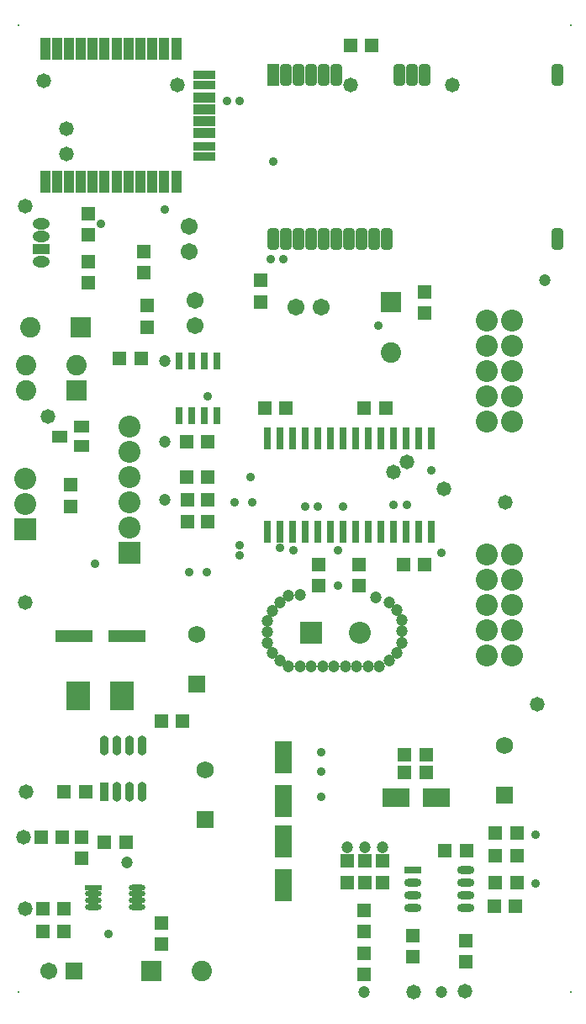
<source format=gts>
%FSLAX44Y44*%
%MOMM*%
G71*
G01*
G75*
G04 Layer_Color=8388736*
%ADD10R,2.1590X2.7430*%
%ADD11R,3.5000X1.0000*%
%ADD12R,2.5000X1.7000*%
%ADD13R,1.6000X3.0000*%
%ADD14R,1.2500X1.2500*%
%ADD15O,0.7200X1.7800*%
%ADD16R,0.7200X1.7800*%
%ADD17R,1.2500X1.2500*%
%ADD18R,1.4500X0.4000*%
%ADD19O,1.4500X0.4000*%
%ADD20R,1.4000X1.0000*%
%ADD21R,0.6000X1.5000*%
%ADD22R,0.6000X2.0000*%
%ADD23R,0.9000X2.0000*%
%ADD24R,2.0000X0.7000*%
%ADD25R,2.0000X0.8000*%
%ADD26R,1.0000X2.0000*%
G04:AMPARAMS|DCode=27|XSize=2mm|YSize=1mm|CornerRadius=0.25mm|HoleSize=0mm|Usage=FLASHONLY|Rotation=90.000|XOffset=0mm|YOffset=0mm|HoleType=Round|Shape=RoundedRectangle|*
%AMROUNDEDRECTD27*
21,1,2.0000,0.5000,0,0,90.0*
21,1,1.5000,1.0000,0,0,90.0*
1,1,0.5000,0.2500,0.7500*
1,1,0.5000,0.2500,-0.7500*
1,1,0.5000,-0.2500,-0.7500*
1,1,0.5000,-0.2500,0.7500*
%
%ADD27ROUNDEDRECTD27*%
%ADD28R,1.5500X0.6000*%
%ADD29O,1.5500X0.6000*%
%ADD30C,0.7000*%
%ADD31C,1.0000*%
%ADD32C,1.5000*%
%ADD33C,0.3000*%
%ADD34C,0.5000*%
%ADD35C,0.4000*%
%ADD36R,1.5240X1.5240*%
%ADD37C,1.5240*%
%ADD38C,2.0000*%
%ADD39R,1.5000X1.5000*%
%ADD40C,1.5000*%
%ADD41C,1.8500*%
%ADD42R,1.8500X1.8500*%
%ADD43R,2.0000X2.0000*%
%ADD44R,2.0000X2.0000*%
%ADD45O,1.5000X0.9000*%
%ADD46R,1.5000X0.9000*%
%ADD47R,1.8500X1.8500*%
%ADD48C,0.7000*%
%ADD49C,1.0000*%
%ADD50C,1.2700*%
%ADD51C,0.2540*%
%ADD52C,0.2000*%
%ADD53C,0.2500*%
%ADD54C,0.2560*%
%ADD55C,0.1500*%
%ADD56R,2.3622X2.9462*%
%ADD57R,3.7032X1.2032*%
%ADD58R,2.7032X1.9032*%
%ADD59R,1.8032X3.2032*%
%ADD60R,1.4532X1.4532*%
%ADD61O,0.9232X1.9832*%
%ADD62R,0.9232X1.9832*%
%ADD63R,1.4532X1.4532*%
%ADD64R,1.6532X0.6032*%
%ADD65O,1.6532X0.6032*%
%ADD66R,1.6032X1.2032*%
%ADD67R,0.8032X1.7032*%
%ADD68R,0.8032X2.2032*%
%ADD69R,1.1032X2.2032*%
%ADD70R,2.2032X0.9032*%
%ADD71R,2.2032X1.0032*%
%ADD72R,1.2032X2.2032*%
G04:AMPARAMS|DCode=73|XSize=2.2032mm|YSize=1.2032mm|CornerRadius=0.3516mm|HoleSize=0mm|Usage=FLASHONLY|Rotation=90.000|XOffset=0mm|YOffset=0mm|HoleType=Round|Shape=RoundedRectangle|*
%AMROUNDEDRECTD73*
21,1,2.2032,0.5000,0,0,90.0*
21,1,1.5000,1.2032,0,0,90.0*
1,1,0.7032,0.2500,0.7500*
1,1,0.7032,0.2500,-0.7500*
1,1,0.7032,-0.2500,-0.7500*
1,1,0.7032,-0.2500,0.7500*
%
%ADD73ROUNDEDRECTD73*%
%ADD74R,1.7532X0.8032*%
%ADD75O,1.7532X0.8032*%
%ADD76R,1.7272X1.7272*%
%ADD77C,1.7272*%
%ADD78C,0.2032*%
%ADD79C,2.2032*%
%ADD80R,1.7032X1.7032*%
%ADD81C,1.7032*%
%ADD82C,2.0532*%
%ADD83R,2.0532X2.0532*%
%ADD84R,2.2032X2.2032*%
%ADD85R,2.2032X2.2032*%
%ADD86O,1.7032X1.1032*%
%ADD87R,1.7032X1.1032*%
%ADD88R,2.0532X2.0532*%
%ADD89C,0.9032*%
%ADD90C,1.2032*%
%ADD91C,1.4732*%
D56*
X326390Y586740D02*
D03*
X370590D02*
D03*
D57*
X322850Y646430D02*
D03*
X375850D02*
D03*
D58*
X687070Y483870D02*
D03*
X647070D02*
D03*
D59*
X533400Y396240D02*
D03*
Y440240D02*
D03*
Y524510D02*
D03*
Y480510D02*
D03*
D60*
X290920Y372110D02*
D03*
X312420D02*
D03*
X290920Y349250D02*
D03*
X312420D02*
D03*
X333920Y490220D02*
D03*
X312420D02*
D03*
X310970Y444500D02*
D03*
X289470D02*
D03*
X353060Y439420D02*
D03*
X374560D02*
D03*
X431710Y561340D02*
D03*
X410210D02*
D03*
X676820Y527050D02*
D03*
X655320D02*
D03*
X676820Y509270D02*
D03*
X655320D02*
D03*
X768260Y398780D02*
D03*
X746760D02*
D03*
X746850Y448310D02*
D03*
X768350D02*
D03*
X746850Y425450D02*
D03*
X768350D02*
D03*
X745490Y374650D02*
D03*
X766990D02*
D03*
X696050Y430530D02*
D03*
X717550D02*
D03*
X435700Y842010D02*
D03*
X457200D02*
D03*
X457110Y806450D02*
D03*
X435610D02*
D03*
X514530Y876300D02*
D03*
X536030D02*
D03*
X614860D02*
D03*
X636360D02*
D03*
X675550Y718820D02*
D03*
X654050D02*
D03*
X389800Y925830D02*
D03*
X368300D02*
D03*
X600800Y1240790D02*
D03*
X622300D02*
D03*
D61*
X391160Y537020D02*
D03*
X378460D02*
D03*
X365760D02*
D03*
X353060D02*
D03*
X391160Y490220D02*
D03*
X378460D02*
D03*
X365760D02*
D03*
D62*
X353060D02*
D03*
D63*
X410210Y336640D02*
D03*
Y358140D02*
D03*
X330200Y423000D02*
D03*
Y444500D02*
D03*
X632930Y420280D02*
D03*
Y398780D02*
D03*
X597370Y420280D02*
D03*
Y398780D02*
D03*
X615150Y420280D02*
D03*
Y398780D02*
D03*
X614680Y349340D02*
D03*
Y370840D02*
D03*
X663410Y345350D02*
D03*
Y323850D02*
D03*
X614680Y306160D02*
D03*
Y327660D02*
D03*
X716750Y318860D02*
D03*
Y340360D02*
D03*
X318770Y777330D02*
D03*
Y798830D02*
D03*
X568960Y718730D02*
D03*
Y697230D02*
D03*
X609600Y718730D02*
D03*
Y697230D02*
D03*
X457200Y783500D02*
D03*
Y762000D02*
D03*
X436880Y783500D02*
D03*
Y762000D02*
D03*
X336550Y1071790D02*
D03*
Y1050290D02*
D03*
Y1002120D02*
D03*
Y1023620D02*
D03*
X675640Y971640D02*
D03*
Y993140D02*
D03*
X392430Y1012280D02*
D03*
Y1033780D02*
D03*
X396240Y957670D02*
D03*
Y979170D02*
D03*
X510540Y1004480D02*
D03*
Y982980D02*
D03*
D64*
X341630Y393700D02*
D03*
D65*
Y387200D02*
D03*
Y380700D02*
D03*
Y374200D02*
D03*
X385630Y393700D02*
D03*
Y387200D02*
D03*
Y380700D02*
D03*
Y374200D02*
D03*
D66*
X330200Y838200D02*
D03*
Y857200D02*
D03*
X308200Y847700D02*
D03*
D67*
X427990Y868680D02*
D03*
X440690D02*
D03*
X453390D02*
D03*
X466090D02*
D03*
X427990Y923180D02*
D03*
X440690D02*
D03*
X453390D02*
D03*
X466090D02*
D03*
D68*
X517440Y751460D02*
D03*
X530140D02*
D03*
X542840D02*
D03*
X555540D02*
D03*
X568240D02*
D03*
X580940D02*
D03*
X593640D02*
D03*
X606340D02*
D03*
X619040D02*
D03*
X631740D02*
D03*
X644440D02*
D03*
X657140D02*
D03*
X669840D02*
D03*
X682540D02*
D03*
Y845460D02*
D03*
X669840D02*
D03*
X657140D02*
D03*
X644440D02*
D03*
X631740D02*
D03*
X619040D02*
D03*
X606340D02*
D03*
X593640D02*
D03*
X580940D02*
D03*
X568240D02*
D03*
X555540D02*
D03*
X542840D02*
D03*
X530140D02*
D03*
X517440D02*
D03*
D69*
X425370Y1237630D02*
D03*
X293370D02*
D03*
X305370D02*
D03*
X317370D02*
D03*
X329370D02*
D03*
X341370D02*
D03*
X353370D02*
D03*
X365370D02*
D03*
X377370D02*
D03*
X389370D02*
D03*
X401370D02*
D03*
X413370D02*
D03*
Y1103630D02*
D03*
X401370D02*
D03*
X389370D02*
D03*
X377370D02*
D03*
X365370D02*
D03*
X353370D02*
D03*
X341370D02*
D03*
X329370D02*
D03*
X317370D02*
D03*
X305370D02*
D03*
X293370D02*
D03*
X425370D02*
D03*
D70*
X453370Y1201630D02*
D03*
Y1139630D02*
D03*
Y1129630D02*
D03*
Y1211630D02*
D03*
D71*
Y1188630D02*
D03*
Y1176630D02*
D03*
Y1164630D02*
D03*
Y1152630D02*
D03*
D72*
X523240Y1211580D02*
D03*
D73*
X535940D02*
D03*
X548640D02*
D03*
X561340D02*
D03*
X574040D02*
D03*
X586740D02*
D03*
X650240D02*
D03*
X662940D02*
D03*
X675640D02*
D03*
X808990D02*
D03*
Y1046480D02*
D03*
X637540D02*
D03*
X624840D02*
D03*
X612140D02*
D03*
X599440D02*
D03*
X586740D02*
D03*
X574040D02*
D03*
X561340D02*
D03*
X548640D02*
D03*
X535940D02*
D03*
X523240D02*
D03*
D74*
X663410Y411480D02*
D03*
D75*
Y398780D02*
D03*
Y386080D02*
D03*
Y373380D02*
D03*
X717410Y411480D02*
D03*
Y398780D02*
D03*
Y386080D02*
D03*
Y373380D02*
D03*
D76*
X755650Y486410D02*
D03*
X454660Y462280D02*
D03*
X445770Y598170D02*
D03*
D77*
X755650Y536410D02*
D03*
X454660Y512280D02*
D03*
X445770Y648170D02*
D03*
D78*
X266700Y288290D02*
D03*
X822960D02*
D03*
Y1261110D02*
D03*
X266700D02*
D03*
D79*
X737870Y728980D02*
D03*
Y703580D02*
D03*
Y678180D02*
D03*
Y652780D02*
D03*
Y627380D02*
D03*
X763270D02*
D03*
Y652780D02*
D03*
Y678180D02*
D03*
Y703580D02*
D03*
Y728980D02*
D03*
X737870Y963930D02*
D03*
Y938530D02*
D03*
Y913130D02*
D03*
Y887730D02*
D03*
Y862330D02*
D03*
X763270D02*
D03*
Y887730D02*
D03*
Y913130D02*
D03*
Y938530D02*
D03*
Y963930D02*
D03*
X273050Y805180D02*
D03*
Y779780D02*
D03*
X610140Y650240D02*
D03*
X378460Y857250D02*
D03*
Y831850D02*
D03*
Y806450D02*
D03*
Y781050D02*
D03*
Y755650D02*
D03*
D80*
X322580Y309880D02*
D03*
D81*
X297180D02*
D03*
X438150Y1033780D02*
D03*
Y1059180D02*
D03*
X444500Y984250D02*
D03*
Y958850D02*
D03*
X546100Y977900D02*
D03*
X571500D02*
D03*
D82*
X450850Y309880D02*
D03*
X274320Y894080D02*
D03*
Y919480D02*
D03*
X325120D02*
D03*
X278130Y957580D02*
D03*
X641350Y932180D02*
D03*
D83*
X400050Y309880D02*
D03*
X325120Y894080D02*
D03*
X328930Y957580D02*
D03*
D84*
X273050Y754380D02*
D03*
X378460Y730250D02*
D03*
D85*
X561340Y650240D02*
D03*
D86*
X289560Y1061720D02*
D03*
Y1049020D02*
D03*
Y1023620D02*
D03*
D87*
Y1036320D02*
D03*
D88*
X641350Y982980D02*
D03*
D89*
X787400Y397510D02*
D03*
Y447040D02*
D03*
X571500Y485140D02*
D03*
Y510540D02*
D03*
Y529590D02*
D03*
X543560Y732790D02*
D03*
X529590Y735330D02*
D03*
X488950Y727710D02*
D03*
Y737870D02*
D03*
X414020Y1075690D02*
D03*
X692150Y730250D02*
D03*
X356870Y346710D02*
D03*
X588010Y732790D02*
D03*
Y697230D02*
D03*
X457200Y887730D02*
D03*
X500380Y806450D02*
D03*
X483870Y781050D02*
D03*
X438150Y711200D02*
D03*
X501650Y781050D02*
D03*
X455930Y711200D02*
D03*
X343314Y719234D02*
D03*
X349250Y1061720D02*
D03*
X657860Y778510D02*
D03*
X643890D02*
D03*
X682540Y813520D02*
D03*
X628650Y958850D02*
D03*
X593640Y777240D02*
D03*
X567690D02*
D03*
X554990D02*
D03*
X520700Y1026160D02*
D03*
X533400D02*
D03*
X476250Y1184910D02*
D03*
X488950D02*
D03*
X523240Y1123950D02*
D03*
D90*
X529590Y680720D02*
D03*
X538480Y687070D02*
D03*
X549910Y688340D02*
D03*
X692150Y288290D02*
D03*
X614680D02*
D03*
X414020Y923290D02*
D03*
X632930Y434340D02*
D03*
X615150D02*
D03*
X597370D02*
D03*
X375920Y419100D02*
D03*
X414020Y842010D02*
D03*
Y783590D02*
D03*
X796290Y1004570D02*
D03*
X521970Y671830D02*
D03*
X516890Y661670D02*
D03*
Y650875D02*
D03*
Y640080D02*
D03*
X521970Y629920D02*
D03*
X529590Y622300D02*
D03*
X538480Y615950D02*
D03*
X549910D02*
D03*
X561340D02*
D03*
X572770D02*
D03*
X584200D02*
D03*
X595630D02*
D03*
X629920D02*
D03*
X618490D02*
D03*
X607060D02*
D03*
X640080Y622300D02*
D03*
X647700Y629920D02*
D03*
X652780Y640080D02*
D03*
Y651510D02*
D03*
Y662940D02*
D03*
X647700Y673100D02*
D03*
X640080Y680720D02*
D03*
X626110Y685800D02*
D03*
D91*
X716280Y289560D02*
D03*
X664210Y288290D02*
D03*
X295910Y867410D02*
D03*
X271780Y444500D02*
D03*
X274320Y490220D02*
D03*
X426720Y1201420D02*
D03*
X273050Y680720D02*
D03*
X314960Y1156970D02*
D03*
Y1131570D02*
D03*
X273050Y372110D02*
D03*
X694690Y795020D02*
D03*
X756920Y781050D02*
D03*
X657860Y821690D02*
D03*
X643890Y811530D02*
D03*
X273050Y1079500D02*
D03*
X292100Y1205230D02*
D03*
X703580Y1201420D02*
D03*
X600710D02*
D03*
X788670Y577850D02*
D03*
M02*

</source>
